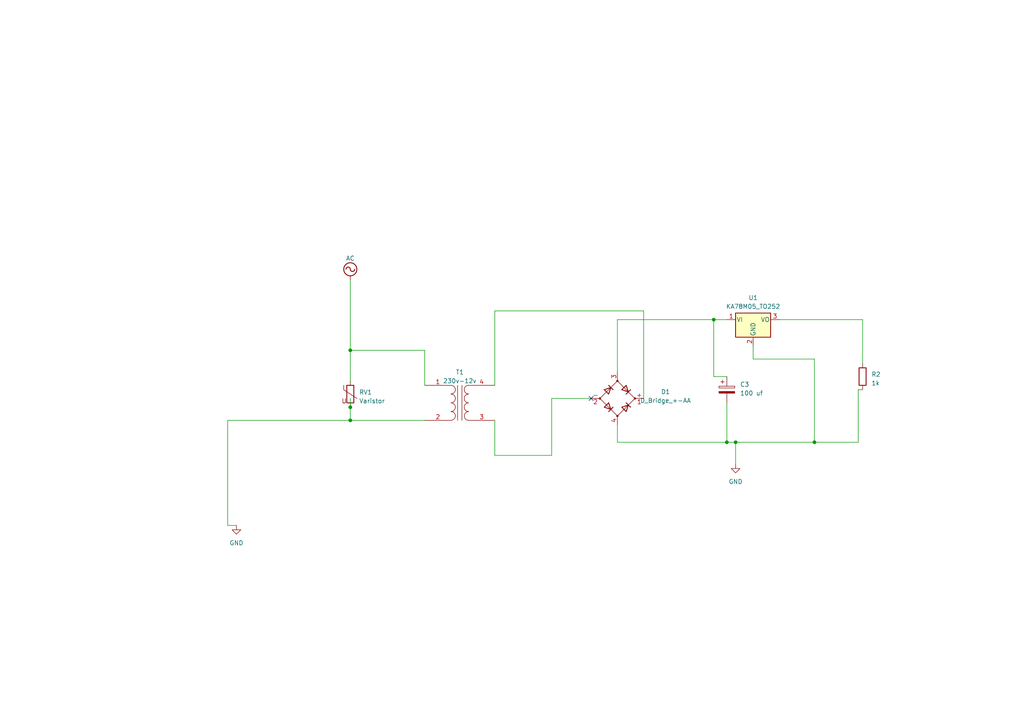
<source format=kicad_sch>
(kicad_sch (version 20230121) (generator eeschema)
  (paper "A4")
  (lib_symbols
    (symbol "Device:C_Polarized" (pin_numbers hide) (pin_names (offset 0.254))
      (property "Reference" "C" (at 0.635 2.54 0))
      (property "Value" "C_Polarized" (at 0.635 -2.54 0))
      (symbol "C_Polarized_0_1"
        (rectangle (start -2.286 0.508) (end 2.286 1.016))
        (polyline (pts (xy -1.778 2.286) (xy -0.762 2.286)))
        (polyline (pts (xy -1.27 2.794) (xy -1.27 1.778)))
        (rectangle (start 2.286 -0.508) (end -2.286 -1.016) (fill (type outline)))
      )
      (symbol "C_Polarized_1_1"
        (pin passive line (at 0 3.81 270) (length 2.794) (name "~") (number "1"))
        (pin passive line (at 0 -3.81 90) (length 2.794) (name "~") (number "2"))
      )
    )
    (symbol "Device:D_Bridge_+-AA" (pin_names (offset 0))
      (property "Reference" "D" (at 2.54 6.985 0))
      (property "Value" "D_Bridge_+-AA" (at 2.54 5.08 0))
      (symbol "D_Bridge_+-AA_0_1"
        (circle (center -5.08 0) (radius 0.254) (fill (type outline)))
        (circle (center 0 -5.08) (radius 0.254) (fill (type outline)))
        (polyline (pts (xy -2.54 3.81) (xy -1.27 2.54)) (stroke (width 0.254)))
        (polyline (pts (xy -1.27 -2.54) (xy -2.54 -3.81)) (stroke (width 0.254)))
        (polyline (pts (xy 2.54 -1.27) (xy 3.81 -2.54)) (stroke (width 0.254)))
        (polyline (pts (xy 2.54 1.27) (xy 3.81 2.54)) (stroke (width 0.254)))
        (polyline (pts (xy -3.81 2.54) (xy -2.54 1.27) (xy -1.905 3.175) (xy -3.81 2.54)) (stroke (width 0.254)))
        (polyline (pts (xy -2.54 -1.27) (xy -3.81 -2.54) (xy -1.905 -3.175) (xy -2.54 -1.27)) (stroke (width 0.254)))
        (polyline (pts (xy 1.27 2.54) (xy 2.54 3.81) (xy 3.175 1.905) (xy 1.27 2.54)) (stroke (width 0.254)))
        (polyline (pts (xy 3.175 -1.905) (xy 1.27 -2.54) (xy 2.54 -3.81) (xy 3.175 -1.905)) (stroke (width 0.254)))
        (polyline (pts (xy -5.08 0) (xy 0 -5.08) (xy 5.08 0) (xy 0 5.08) (xy -5.08 0)))
        (circle (center 0 5.08) (radius 0.254) (fill (type outline)))
        (circle (center 5.08 0) (radius 0.254) (fill (type outline)))
      )
      (symbol "D_Bridge_+-AA_1_1"
        (pin passive line (at 7.62 0 180) (length 2.54) (name "+") (number "1"))
        (pin passive line (at -7.62 0 0) (length 2.54) (name "-") (number "2"))
        (pin passive line (at 0 7.62 270) (length 2.54) (name "~") (number "3"))
        (pin passive line (at 0 -7.62 90) (length 2.54) (name "~") (number "4"))
      )
    )
    (symbol "Device:R" (pin_numbers hide) (pin_names (offset 0))
      (property "Reference" "R" (at 2.032 0 90))
      (property "Value" "R" (at 0 0 90))
      (symbol "R_0_1"
        (rectangle (start -1.016 -2.54) (end 1.016 2.54) (stroke (width 0.254)))
      )
      (symbol "R_1_1"
        (pin passive line (at 0 3.81 270) (length 1.27) (name "~") (number "1"))
        (pin passive line (at 0 -3.81 90) (length 1.27) (name "~") (number "2"))
      )
    )
    (symbol "Device:Transformer_1P_1S" (pin_names (offset 1.016) hide)
      (property "Reference" "T" (at 0 6.35 0))
      (property "Value" "Transformer_1P_1S" (at 0 -7.62 0))
      (symbol "Transformer_1P_1S_0_1"
        (arc (start -2.54 -5.0546) (mid -1.6599 -4.6901) (end -1.27 -3.81))
        (arc (start -2.54 -2.5146) (mid -1.6599 -2.1501) (end -1.27 -1.27))
        (arc (start -2.54 0.0254) (mid -1.6599 0.3899) (end -1.27 1.27))
        (arc (start -2.54 2.5654) (mid -1.6599 2.9299) (end -1.27 3.81))
        (arc (start -1.27 -3.81) (mid -1.642 -2.912) (end -2.54 -2.54))
        (arc (start -1.27 -1.27) (mid -1.642 -0.372) (end -2.54 0))
        (arc (start -1.27 1.27) (mid -1.642 2.168) (end -2.54 2.54))
        (arc (start -1.27 3.81) (mid -1.642 4.708) (end -2.54 5.08))
        (polyline (pts (xy -0.635 5.08) (xy -0.635 -5.08)))
        (polyline (pts (xy 0.635 -5.08) (xy 0.635 5.08)))
        (arc (start 1.2954 -1.27) (mid 1.6599 -2.1501) (end 2.54 -2.5146))
        (arc (start 1.2954 1.27) (mid 1.6599 0.3899) (end 2.54 0.0254))
        (arc (start 1.2954 3.81) (mid 1.6599 2.9299) (end 2.54 2.5654))
        (arc (start 1.3208 -3.81) (mid 1.6853 -4.6901) (end 2.5654 -5.0546))
        (arc (start 2.54 0) (mid 1.642 -0.372) (end 1.2954 -1.27))
        (arc (start 2.54 2.54) (mid 1.642 2.168) (end 1.2954 1.27))
        (arc (start 2.54 5.08) (mid 1.642 4.708) (end 1.2954 3.81))
        (arc (start 2.5654 -2.54) (mid 1.6674 -2.912) (end 1.3208 -3.81))
      )
      (symbol "Transformer_1P_1S_1_1"
        (pin passive line (at -10.16 5.08 0) (length 7.62) (name "AA") (number "1"))
        (pin passive line (at -10.16 -5.08 0) (length 7.62) (name "AB") (number "2"))
        (pin passive line (at 10.16 -5.08 180) (length 7.62) (name "SA") (number "3"))
        (pin passive line (at 10.16 5.08 180) (length 7.62) (name "SB") (number "4"))
      )
    )
    (symbol "Device:Varistor" (pin_numbers hide) (pin_names (offset 0))
      (property "Reference" "RV" (at 3.175 0 90))
      (property "Value" "Varistor" (at -3.175 0 90))
      (symbol "Varistor_0_0"
        (text "U" (at -1.778 -2.032 0) (effects (font (size 1.27 1.27))))
      )
      (symbol "Varistor_0_1"
        (rectangle (start -1.016 -2.54) (end 1.016 2.54) (stroke (width 0.254)))
        (polyline (pts (xy -1.905 2.54) (xy -1.905 1.27) (xy 1.905 -1.27)))
      )
      (symbol "Varistor_1_1"
        (pin passive line (at 0 3.81 270) (length 1.27) (name "~") (number "1"))
        (pin passive line (at 0 -3.81 90) (length 1.27) (name "~") (number "2"))
      )
    )
    (symbol "Regulator_Linear:KA78M05_TO252" (pin_names (offset 0.254))
      (property "Reference" "U" (at -3.81 3.175 0))
      (property "Value" "KA78M05_TO252" (at 0 3.175 0))
      (symbol "KA78M05_TO252_0_1"
        (rectangle (start -5.08 1.905) (end 5.08 -5.08) (stroke (width 0.254)) (fill (type background)))
      )
      (symbol "KA78M05_TO252_1_1"
        (pin power_in line (at -7.62 0 0) (length 2.54) (name "VI") (number "1"))
        (pin power_in line (at 0 -7.62 90) (length 2.54) (name "GND") (number "2"))
        (pin power_out line (at 7.62 0 180) (length 2.54) (name "VO") (number "3"))
      )
    )
    (symbol "power:AC" (power) (pin_names (offset 0))
      (property "Value" "AC" (at 0 6.35 0))
      (symbol "AC_0_1"
        (polyline (pts (xy 0 0) (xy 0 1.27)))
        (arc (start 0 3.175) (mid -0.635 3.8073) (end -1.27 3.175) (stroke (width 0.254)))
        (arc (start 0 3.175) (mid 0.635 2.5427) (end 1.27 3.175) (stroke (width 0.254)))
        (circle (center 0 3.175) (radius 1.905) (stroke (width 0.254)))
      )
      (symbol "AC_1_1"
        (pin power_in line (at 0 0 90) (length 0) hide (name "AC") (number "1"))
      )
    )
    (symbol "power:GND" (power) (pin_names (offset 0))
      (property "Value" "GND" (at 0 -3.81 0))
      (symbol "GND_0_1"
        (polyline (pts (xy 0 0) (xy 0 -1.27) (xy 1.27 -1.27) (xy 0 -2.54) (xy -1.27 -1.27) (xy 0 -1.27)))
      )
      (symbol "GND_1_1"
        (pin power_in line (at 0 0 270) (length 0) hide (name "GND") (number "1"))
      )
    )
  )
  (junction (at 210.82 128.27))
  (junction (at 236.22 128.27))
  (junction (at 213.36 128.27))
  (junction (at 101.6 101.6))
  (junction (at 207.01 92.71))
  (junction (at 101.6 118.11))
  (junction (at 101.6 121.92))
  (no_connect (at 171.45 115.57))
  (wire (pts (xy 143.51 90.17) (xy 186.69 90.17)))
  (wire (pts (xy 179.07 92.71) (xy 207.01 92.71)))
  (wire (pts (xy 218.44 100.33) (xy 218.44 104.14)))
  (wire (pts (xy 236.22 104.14) (xy 236.22 128.27)))
  (wire (pts (xy 210.82 128.27) (xy 213.36 128.27)))
  (wire (pts (xy 66.04 121.92) (xy 66.04 152.4)))
  (wire (pts (xy 248.92 113.03) (xy 250.19 113.03)))
  (wire (pts (xy 207.01 92.71) (xy 207.01 109.22)))
  (wire (pts (xy 101.6 121.92) (xy 123.19 121.92)))
  (wire (pts (xy 186.69 90.17) (xy 186.69 115.57)))
  (wire (pts (xy 207.01 109.22) (xy 210.82 109.22)))
  (wire (pts (xy 213.36 128.27) (xy 213.36 134.62)))
  (wire (pts (xy 66.04 121.92) (xy 101.6 121.92)))
  (wire (pts (xy 101.6 101.6) (xy 101.6 110.49)))
  (wire (pts (xy 213.36 128.27) (xy 236.22 128.27)))
  (wire (pts (xy 160.02 115.57) (xy 160.02 132.08)))
  (wire (pts (xy 123.19 111.76) (xy 123.19 101.6)))
  (wire (pts (xy 101.6 118.11) (xy 101.6 121.92)))
  (wire (pts (xy 123.19 101.6) (xy 101.6 101.6)))
  (wire (pts (xy 160.02 132.08) (xy 143.51 132.08)))
  (wire (pts (xy 66.04 152.4) (xy 68.58 152.4)))
  (wire (pts (xy 250.19 92.71) (xy 250.19 105.41)))
  (wire (pts (xy 143.51 111.76) (xy 143.51 90.17)))
  (wire (pts (xy 101.6 115.57) (xy 101.6 118.11)))
  (wire (pts (xy 179.07 123.19) (xy 179.07 128.27)))
  (wire (pts (xy 210.82 92.71) (xy 207.01 92.71)))
  (wire (pts (xy 248.92 128.27) (xy 248.92 113.03)))
  (wire (pts (xy 226.06 92.71) (xy 250.19 92.71)))
  (wire (pts (xy 143.51 132.08) (xy 143.51 121.92)))
  (wire (pts (xy 179.07 107.95) (xy 179.07 92.71)))
  (wire (pts (xy 171.45 115.57) (xy 160.02 115.57)))
  (wire (pts (xy 101.6 81.28) (xy 101.6 101.6)))
  (wire (pts (xy 218.44 104.14) (xy 236.22 104.14)))
  (wire (pts (xy 179.07 128.27) (xy 210.82 128.27)))
  (wire (pts (xy 210.82 116.84) (xy 210.82 128.27)))
  (wire (pts (xy 236.22 128.27) (xy 248.92 128.27)))
  (symbol (lib_id "power:GND") (at 68.58 152.4 0) (unit 1)
    (property "Reference" "#PWR03" (effects hide))
    (property "Value" "GND" (at 68.58 157.48 0))
  )
  (symbol (lib_id "Device:Transformer_1P_1S") (at 133.35 116.84 0) (unit 1)
    (property "Reference" "T1" (at 133.3627 107.95 0))
    (property "Value" "230v-12v" (at 133.3627 110.49 0))
  )
  (symbol (lib_id "Device:C_Polarized") (at 210.82 113.03 0) (unit 1)
    (property "Reference" "C3" (at 214.63 111.506 0) (effects (justify left)))
    (property "Value" "100 uf" (at 214.63 114.046 0) (effects (justify left)))
    (property "Footprint" "Capacitor_SMD:CP_Elec_4x3" (effects hide))
  )
  (symbol (lib_id "power:GND") (at 213.36 134.62 0) (unit 1)
    (property "Reference" "#PWR02" (effects hide))
    (property "Value" "GND" (at 213.36 139.7 0))
  )
  (symbol (lib_id "Device:D_Bridge_+-AA") (at 179.07 115.57 0) (unit 1)
    (property "Reference" "D1" (at 193.04 113.6397 0))
    (property "Value" "D_Bridge_+-AA" (at 193.04 116.1797 0))
  )
  (symbol (lib_id "Device:R") (at 250.19 109.22 0) (unit 1)
    (property "Reference" "R2" (at 252.73 108.585 0) (effects (justify left)))
    (property "Value" "1k" (at 252.73 111.125 0) (effects (justify left)))
  )
  (symbol (lib_id "power:AC") (at 101.6 81.28 0) (unit 1)
    (property "Reference" "#PWR01" (effects hide))
    (property "Value" "AC" (at 101.6 74.93 0))
  )
  (symbol (lib_id "Regulator_Linear:KA78M05_TO252") (at 218.44 92.71 0) (unit 1)
    (property "Reference" "U1" (at 218.44 86.36 0))
    (property "Value" "KA78M05_TO252" (at 218.44 88.9 0))
    (property "Footprint" "Package_TO_SOT_SMD:TO-252-2" (effects hide))
    (property "Datasheet" "https://www.onsemi.com/pub/Collateral/MC78M00-D.PDF" (effects hide))
  )
  (symbol (lib_id "Device:Varistor") (at 101.6 114.3 0) (unit 1)
    (property "Reference" "RV1" (at 104.14 113.7642 0) (effects (justify left)))
    (property "Value" "Varistor" (at 104.14 116.3042 0) (effects (justify left)))
    (property "Sim.Name" "kicad_builtin_varistor" (effects hide))
    (property "Sim.Device" "SUBCKT" (effects hide))
    (property "Sim.Pins" "1=A 2=B" (effects hide))
    (property "Sim.Params" "threshold=1k" (effects hide))
    (property "Sim.Library" "${KICAD7_SYMBOL_DIR}/Simulation_SPICE.sp" (effects hide))
  )
)
</source>
